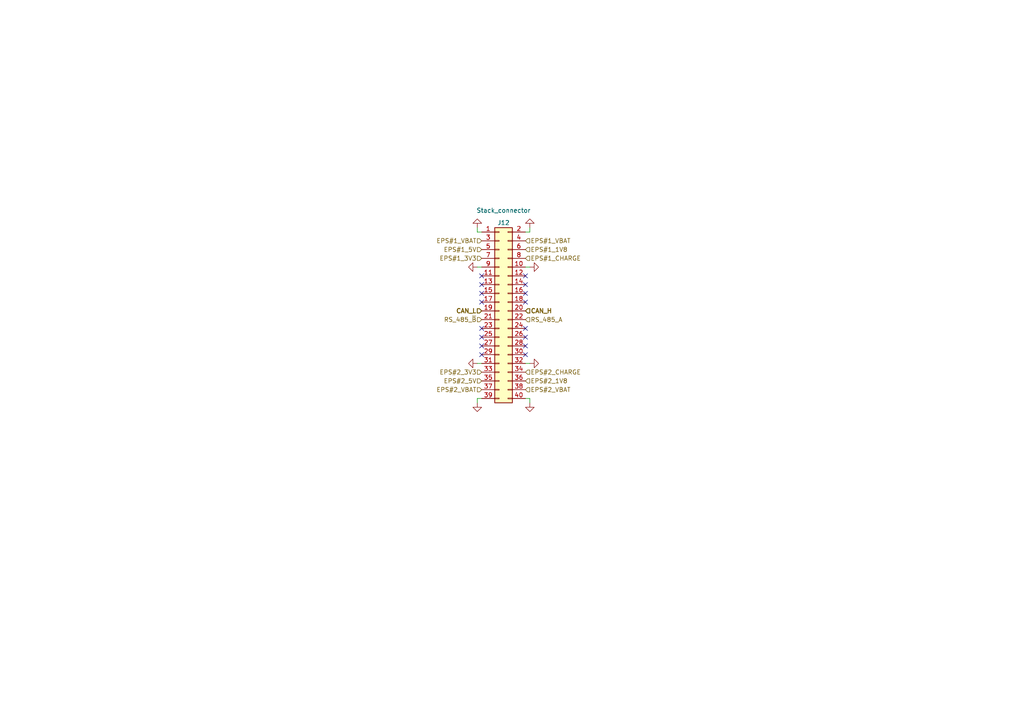
<source format=kicad_sch>
(kicad_sch (version 20210621) (generator eeschema)
  (paper "A4")
  (title_block (title "BUTCube - EPS") (date "2021-06-01") (rev "v1.0") (company "VUT - FIT(STRaDe) & FME(IAE & IPE)") (comment 1 "Author: Petr Malaník"))
  (lib_symbols
    (symbol "Connector_Generic:Conn_02x20_Odd_Even" (pin_names (offset 1.016) hide)
      (property "Reference" "J" (at 1.27 25.4 0))
      (property "Value" "Conn_02x20_Odd_Even" (at 1.27 -27.94 0))
      (symbol "Conn_02x20_Odd_Even_1_1"
        (rectangle (start -1.27 -25.273) (end 0 -25.527) (stroke (width 0.1524)))
        (rectangle (start -1.27 -22.733) (end 0 -22.987) (stroke (width 0.1524)))
        (rectangle (start -1.27 -20.193) (end 0 -20.447) (stroke (width 0.1524)))
        (rectangle (start -1.27 -17.653) (end 0 -17.907) (stroke (width 0.1524)))
        (rectangle (start -1.27 -15.113) (end 0 -15.367) (stroke (width 0.1524)))
        (rectangle (start -1.27 -12.573) (end 0 -12.827) (stroke (width 0.1524)))
        (rectangle (start -1.27 -10.033) (end 0 -10.287) (stroke (width 0.1524)))
        (rectangle (start -1.27 -7.493) (end 0 -7.747) (stroke (width 0.1524)))
        (rectangle (start -1.27 -4.953) (end 0 -5.207) (stroke (width 0.1524)))
        (rectangle (start -1.27 -2.413) (end 0 -2.667) (stroke (width 0.1524)))
        (rectangle (start -1.27 0.127) (end 0 -0.127) (stroke (width 0.1524)))
        (rectangle (start -1.27 2.667) (end 0 2.413) (stroke (width 0.1524)))
        (rectangle (start -1.27 5.207) (end 0 4.953) (stroke (width 0.1524)))
        (rectangle (start -1.27 7.747) (end 0 7.493) (stroke (width 0.1524)))
        (rectangle (start -1.27 10.287) (end 0 10.033) (stroke (width 0.1524)))
        (rectangle (start -1.27 12.827) (end 0 12.573) (stroke (width 0.1524)))
        (rectangle (start -1.27 15.367) (end 0 15.113) (stroke (width 0.1524)))
        (rectangle (start -1.27 17.907) (end 0 17.653) (stroke (width 0.1524)))
        (rectangle (start -1.27 20.447) (end 0 20.193) (stroke (width 0.1524)))
        (rectangle (start -1.27 22.987) (end 0 22.733) (stroke (width 0.1524)))
        (rectangle (start 3.81 -25.273) (end 2.54 -25.527) (stroke (width 0.1524)))
        (rectangle (start 3.81 -22.733) (end 2.54 -22.987) (stroke (width 0.1524)))
        (rectangle (start 3.81 -20.193) (end 2.54 -20.447) (stroke (width 0.1524)))
        (rectangle (start 3.81 -17.653) (end 2.54 -17.907) (stroke (width 0.1524)))
        (rectangle (start 3.81 -15.113) (end 2.54 -15.367) (stroke (width 0.1524)))
        (rectangle (start 3.81 -12.573) (end 2.54 -12.827) (stroke (width 0.1524)))
        (rectangle (start 3.81 -10.033) (end 2.54 -10.287) (stroke (width 0.1524)))
        (rectangle (start 3.81 -7.493) (end 2.54 -7.747) (stroke (width 0.1524)))
        (rectangle (start 3.81 -4.953) (end 2.54 -5.207) (stroke (width 0.1524)))
        (rectangle (start 3.81 -2.413) (end 2.54 -2.667) (stroke (width 0.1524)))
        (rectangle (start 3.81 0.127) (end 2.54 -0.127) (stroke (width 0.1524)))
        (rectangle (start 3.81 2.667) (end 2.54 2.413) (stroke (width 0.1524)))
        (rectangle (start 3.81 5.207) (end 2.54 4.953) (stroke (width 0.1524)))
        (rectangle (start 3.81 7.747) (end 2.54 7.493) (stroke (width 0.1524)))
        (rectangle (start 3.81 10.287) (end 2.54 10.033) (stroke (width 0.1524)))
        (rectangle (start 3.81 12.827) (end 2.54 12.573) (stroke (width 0.1524)))
        (rectangle (start 3.81 15.367) (end 2.54 15.113) (stroke (width 0.1524)))
        (rectangle (start 3.81 17.907) (end 2.54 17.653) (stroke (width 0.1524)))
        (rectangle (start 3.81 20.447) (end 2.54 20.193) (stroke (width 0.1524)))
        (rectangle (start 3.81 22.987) (end 2.54 22.733) (stroke (width 0.1524)))
        (rectangle (start -1.27 24.13) (end 3.81 -26.67) (stroke (width 0.254)) (fill (type background)))
        (pin passive line (at -5.08 22.86 0) (length 3.81) (name "Pin_1") (number "1"))
        (pin passive line (at 7.62 12.7 180) (length 3.81) (name "Pin_10") (number "10"))
        (pin passive line (at -5.08 10.16 0) (length 3.81) (name "Pin_11") (number "11"))
        (pin passive line (at 7.62 10.16 180) (length 3.81) (name "Pin_12") (number "12"))
        (pin passive line (at -5.08 7.62 0) (length 3.81) (name "Pin_13") (number "13"))
        (pin passive line (at 7.62 7.62 180) (length 3.81) (name "Pin_14") (number "14"))
        (pin passive line (at -5.08 5.08 0) (length 3.81) (name "Pin_15") (number "15"))
        (pin passive line (at 7.62 5.08 180) (length 3.81) (name "Pin_16") (number "16"))
        (pin passive line (at -5.08 2.54 0) (length 3.81) (name "Pin_17") (number "17"))
        (pin passive line (at 7.62 2.54 180) (length 3.81) (name "Pin_18") (number "18"))
        (pin passive line (at -5.08 0 0) (length 3.81) (name "Pin_19") (number "19"))
        (pin passive line (at 7.62 22.86 180) (length 3.81) (name "Pin_2") (number "2"))
        (pin passive line (at 7.62 0 180) (length 3.81) (name "Pin_20") (number "20"))
        (pin passive line (at -5.08 -2.54 0) (length 3.81) (name "Pin_21") (number "21"))
        (pin passive line (at 7.62 -2.54 180) (length 3.81) (name "Pin_22") (number "22"))
        (pin passive line (at -5.08 -5.08 0) (length 3.81) (name "Pin_23") (number "23"))
        (pin passive line (at 7.62 -5.08 180) (length 3.81) (name "Pin_24") (number "24"))
        (pin passive line (at -5.08 -7.62 0) (length 3.81) (name "Pin_25") (number "25"))
        (pin passive line (at 7.62 -7.62 180) (length 3.81) (name "Pin_26") (number "26"))
        (pin passive line (at -5.08 -10.16 0) (length 3.81) (name "Pin_27") (number "27"))
        (pin passive line (at 7.62 -10.16 180) (length 3.81) (name "Pin_28") (number "28"))
        (pin passive line (at -5.08 -12.7 0) (length 3.81) (name "Pin_29") (number "29"))
        (pin passive line (at -5.08 20.32 0) (length 3.81) (name "Pin_3") (number "3"))
        (pin passive line (at 7.62 -12.7 180) (length 3.81) (name "Pin_30") (number "30"))
        (pin passive line (at -5.08 -15.24 0) (length 3.81) (name "Pin_31") (number "31"))
        (pin passive line (at 7.62 -15.24 180) (length 3.81) (name "Pin_32") (number "32"))
        (pin passive line (at -5.08 -17.78 0) (length 3.81) (name "Pin_33") (number "33"))
        (pin passive line (at 7.62 -17.78 180) (length 3.81) (name "Pin_34") (number "34"))
        (pin passive line (at -5.08 -20.32 0) (length 3.81) (name "Pin_35") (number "35"))
        (pin passive line (at 7.62 -20.32 180) (length 3.81) (name "Pin_36") (number "36"))
        (pin passive line (at -5.08 -22.86 0) (length 3.81) (name "Pin_37") (number "37"))
        (pin passive line (at 7.62 -22.86 180) (length 3.81) (name "Pin_38") (number "38"))
        (pin passive line (at -5.08 -25.4 0) (length 3.81) (name "Pin_39") (number "39"))
        (pin passive line (at 7.62 20.32 180) (length 3.81) (name "Pin_4") (number "4"))
        (pin passive line (at 7.62 -25.4 180) (length 3.81) (name "Pin_40") (number "40"))
        (pin passive line (at -5.08 17.78 0) (length 3.81) (name "Pin_5") (number "5"))
        (pin passive line (at 7.62 17.78 180) (length 3.81) (name "Pin_6") (number "6"))
        (pin passive line (at -5.08 15.24 0) (length 3.81) (name "Pin_7") (number "7"))
        (pin passive line (at 7.62 15.24 180) (length 3.81) (name "Pin_8") (number "8"))
        (pin passive line (at -5.08 12.7 0) (length 3.81) (name "Pin_9") (number "9"))
      )
    )
    (symbol "power:GND" (power) (pin_names (offset 0))
      (property "Value" "GND" (at 0 -3.81 0))
      (symbol "GND_0_1"
        (polyline (pts (xy 0 0) (xy 0 -1.27) (xy 1.27 -1.27) (xy 0 -2.54) (xy -1.27 -1.27) (xy 0 -1.27)))
      )
      (symbol "GND_1_1"
        (pin power_in line (at 0 0 270) (length 0) hide (name "GND") (number "1"))
      )
    )
  )
  (no_connect (at 139.7 80.01))
  (no_connect (at 139.7 82.55))
  (no_connect (at 139.7 85.09))
  (no_connect (at 139.7 87.63))
  (no_connect (at 139.7 95.25))
  (no_connect (at 139.7 97.79))
  (no_connect (at 139.7 100.33))
  (no_connect (at 139.7 102.87))
  (no_connect (at 152.4 80.01))
  (no_connect (at 152.4 82.55))
  (no_connect (at 152.4 85.09))
  (no_connect (at 152.4 87.63))
  (no_connect (at 152.4 95.25))
  (no_connect (at 152.4 97.79))
  (no_connect (at 152.4 100.33))
  (no_connect (at 152.4 102.87))
  (wire (pts (xy 138.43 66.04) (xy 138.43 67.31)))
  (wire (pts (xy 138.43 67.31) (xy 139.7 67.31)))
  (wire (pts (xy 138.43 115.57) (xy 139.7 115.57)))
  (wire (pts (xy 138.43 116.84) (xy 138.43 115.57)))
  (wire (pts (xy 139.7 77.47) (xy 138.43 77.47)))
  (wire (pts (xy 139.7 105.41) (xy 138.43 105.41)))
  (wire (pts (xy 152.4 67.31) (xy 153.67 67.31)))
  (wire (pts (xy 152.4 77.47) (xy 153.67 77.47)))
  (wire (pts (xy 152.4 105.41) (xy 153.67 105.41)))
  (wire (pts (xy 152.4 115.57) (xy 153.67 115.57)))
  (wire (pts (xy 153.67 67.31) (xy 153.67 66.04)))
  (wire (pts (xy 153.67 115.57) (xy 153.67 116.84)))
  (hierarchical_label "EPS#1_VBAT" (shape input) (at 139.7 69.85 180))
  (hierarchical_label "EPS#1_5V" (shape input) (at 139.7 72.39 180))
  (hierarchical_label "EPS#1_3V3" (shape input) (at 139.7 74.93 180))
  (hierarchical_label "CAN_L" (shape input) (at 139.7 90.17 180) (effects (font (thickness 0.254))))
  (hierarchical_label "RS_485_~{B}" (shape input) (at 139.7 92.71 180))
  (hierarchical_label "EPS#2_3V3" (shape input) (at 139.7 107.95 180))
  (hierarchical_label "EPS#2_5V" (shape input) (at 139.7 110.49 180))
  (hierarchical_label "EPS#2_VBAT" (shape input) (at 139.7 113.03 180))
  (hierarchical_label "EPS#1_VBAT" (shape input) (at 152.4 69.85 0))
  (hierarchical_label "EPS#1_1V8" (shape input) (at 152.4 72.39 0))
  (hierarchical_label "EPS#1_CHARGE" (shape input) (at 152.4 74.93 0))
  (hierarchical_label "CAN_H" (shape input) (at 152.4 90.17 0) (effects (font (thickness 0.254))))
  (hierarchical_label "RS_485_A" (shape input) (at 152.4 92.71 0))
  (hierarchical_label "EPS#2_CHARGE" (shape input) (at 152.4 107.95 0))
  (hierarchical_label "EPS#2_1V8" (shape input) (at 152.4 110.49 0))
  (hierarchical_label "EPS#2_VBAT" (shape input) (at 152.4 113.03 0))
  (symbol (lib_id "power:GND") (at 138.43 66.04 180) (unit 1)
    (property "Reference" "#PWR095" (effects hide))
    (property "Value" "GND" (effects hide))
  )
  (symbol (lib_id "power:GND") (at 138.43 77.47 270) (unit 1)
    (property "Reference" "#PWR096" (effects hide))
    (property "Value" "GND" (effects hide))
  )
  (symbol (lib_id "power:GND") (at 138.43 105.41 270) (unit 1)
    (property "Reference" "#PWR097" (effects hide))
    (property "Value" "GND" (effects hide))
  )
  (symbol (lib_id "power:GND") (at 138.43 116.84 0) (unit 1)
    (property "Reference" "#PWR098" (effects hide))
    (property "Value" "GND" (effects hide))
  )
  (symbol (lib_id "power:GND") (at 153.67 66.04 180) (unit 1)
    (property "Reference" "#PWR099" (effects hide))
    (property "Value" "GND" (effects hide))
  )
  (symbol (lib_id "power:GND") (at 153.67 77.47 90) (unit 1)
    (property "Reference" "#PWR0100" (effects hide))
    (property "Value" "GND" (effects hide))
  )
  (symbol (lib_id "power:GND") (at 153.67 105.41 90) (unit 1)
    (property "Reference" "#PWR0101" (effects hide))
    (property "Value" "GND" (effects hide))
  )
  (symbol (lib_id "power:GND") (at 153.67 116.84 0) (unit 1)
    (property "Reference" "#PWR0102" (effects hide))
    (property "Value" "GND" (effects hide))
  )
  (symbol (lib_id "Connector_Generic:Conn_02x20_Odd_Even") (at 144.78 90.17 0) (unit 1)
    (property "Reference" "J12" (at 146.05 64.6134 0))
    (property "Value" "Stack_connector" (at 146.05 61.0385 0))
    (property "Footprint" "Connector_PinSocket_2.54mm:PinSocket_2x20_P2.54mm_Vertical" (effects hide))
  )
)
</source>
